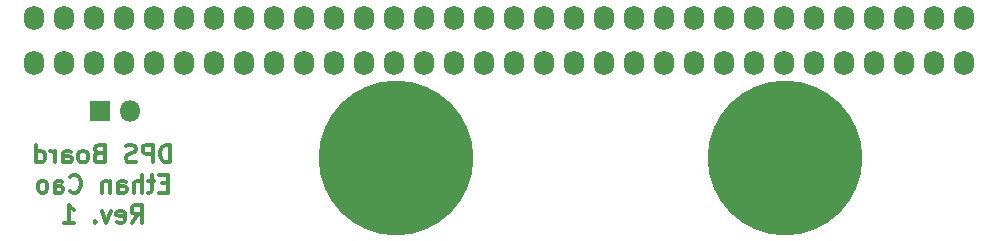
<source format=gbr>
%TF.GenerationSoftware,KiCad,Pcbnew,(5.1.6)-1*%
%TF.CreationDate,2021-12-11T15:19:36-08:00*%
%TF.ProjectId,PCB,5043422e-6b69-4636-9164-5f7063625858,rev?*%
%TF.SameCoordinates,Original*%
%TF.FileFunction,Soldermask,Bot*%
%TF.FilePolarity,Negative*%
%FSLAX46Y46*%
G04 Gerber Fmt 4.6, Leading zero omitted, Abs format (unit mm)*
G04 Created by KiCad (PCBNEW (5.1.6)-1) date 2021-12-11 15:19:36*
%MOMM*%
%LPD*%
G01*
G04 APERTURE LIST*
%ADD10C,0.300000*%
%ADD11C,13.100000*%
%ADD12O,1.800000X1.800000*%
%ADD13R,1.800000X1.800000*%
%ADD14O,1.700000X2.100000*%
G04 APERTURE END LIST*
D10*
X97428571Y-81388571D02*
X97428571Y-79888571D01*
X97071428Y-79888571D01*
X96857142Y-79960000D01*
X96714285Y-80102857D01*
X96642857Y-80245714D01*
X96571428Y-80531428D01*
X96571428Y-80745714D01*
X96642857Y-81031428D01*
X96714285Y-81174285D01*
X96857142Y-81317142D01*
X97071428Y-81388571D01*
X97428571Y-81388571D01*
X95928571Y-81388571D02*
X95928571Y-79888571D01*
X95357142Y-79888571D01*
X95214285Y-79960000D01*
X95142857Y-80031428D01*
X95071428Y-80174285D01*
X95071428Y-80388571D01*
X95142857Y-80531428D01*
X95214285Y-80602857D01*
X95357142Y-80674285D01*
X95928571Y-80674285D01*
X94500000Y-81317142D02*
X94285714Y-81388571D01*
X93928571Y-81388571D01*
X93785714Y-81317142D01*
X93714285Y-81245714D01*
X93642857Y-81102857D01*
X93642857Y-80960000D01*
X93714285Y-80817142D01*
X93785714Y-80745714D01*
X93928571Y-80674285D01*
X94214285Y-80602857D01*
X94357142Y-80531428D01*
X94428571Y-80460000D01*
X94500000Y-80317142D01*
X94500000Y-80174285D01*
X94428571Y-80031428D01*
X94357142Y-79960000D01*
X94214285Y-79888571D01*
X93857142Y-79888571D01*
X93642857Y-79960000D01*
X91357142Y-80602857D02*
X91142857Y-80674285D01*
X91071428Y-80745714D01*
X91000000Y-80888571D01*
X91000000Y-81102857D01*
X91071428Y-81245714D01*
X91142857Y-81317142D01*
X91285714Y-81388571D01*
X91857142Y-81388571D01*
X91857142Y-79888571D01*
X91357142Y-79888571D01*
X91214285Y-79960000D01*
X91142857Y-80031428D01*
X91071428Y-80174285D01*
X91071428Y-80317142D01*
X91142857Y-80460000D01*
X91214285Y-80531428D01*
X91357142Y-80602857D01*
X91857142Y-80602857D01*
X90142857Y-81388571D02*
X90285714Y-81317142D01*
X90357142Y-81245714D01*
X90428571Y-81102857D01*
X90428571Y-80674285D01*
X90357142Y-80531428D01*
X90285714Y-80460000D01*
X90142857Y-80388571D01*
X89928571Y-80388571D01*
X89785714Y-80460000D01*
X89714285Y-80531428D01*
X89642857Y-80674285D01*
X89642857Y-81102857D01*
X89714285Y-81245714D01*
X89785714Y-81317142D01*
X89928571Y-81388571D01*
X90142857Y-81388571D01*
X88357142Y-81388571D02*
X88357142Y-80602857D01*
X88428571Y-80460000D01*
X88571428Y-80388571D01*
X88857142Y-80388571D01*
X89000000Y-80460000D01*
X88357142Y-81317142D02*
X88500000Y-81388571D01*
X88857142Y-81388571D01*
X89000000Y-81317142D01*
X89071428Y-81174285D01*
X89071428Y-81031428D01*
X89000000Y-80888571D01*
X88857142Y-80817142D01*
X88500000Y-80817142D01*
X88357142Y-80745714D01*
X87642857Y-81388571D02*
X87642857Y-80388571D01*
X87642857Y-80674285D02*
X87571428Y-80531428D01*
X87500000Y-80460000D01*
X87357142Y-80388571D01*
X87214285Y-80388571D01*
X86071428Y-81388571D02*
X86071428Y-79888571D01*
X86071428Y-81317142D02*
X86214285Y-81388571D01*
X86500000Y-81388571D01*
X86642857Y-81317142D01*
X86714285Y-81245714D01*
X86785714Y-81102857D01*
X86785714Y-80674285D01*
X86714285Y-80531428D01*
X86642857Y-80460000D01*
X86500000Y-80388571D01*
X86214285Y-80388571D01*
X86071428Y-80460000D01*
X97214285Y-83152857D02*
X96714285Y-83152857D01*
X96500000Y-83938571D02*
X97214285Y-83938571D01*
X97214285Y-82438571D01*
X96500000Y-82438571D01*
X96071428Y-82938571D02*
X95500000Y-82938571D01*
X95857142Y-82438571D02*
X95857142Y-83724285D01*
X95785714Y-83867142D01*
X95642857Y-83938571D01*
X95500000Y-83938571D01*
X95000000Y-83938571D02*
X95000000Y-82438571D01*
X94357142Y-83938571D02*
X94357142Y-83152857D01*
X94428571Y-83010000D01*
X94571428Y-82938571D01*
X94785714Y-82938571D01*
X94928571Y-83010000D01*
X95000000Y-83081428D01*
X93000000Y-83938571D02*
X93000000Y-83152857D01*
X93071428Y-83010000D01*
X93214285Y-82938571D01*
X93500000Y-82938571D01*
X93642857Y-83010000D01*
X93000000Y-83867142D02*
X93142857Y-83938571D01*
X93500000Y-83938571D01*
X93642857Y-83867142D01*
X93714285Y-83724285D01*
X93714285Y-83581428D01*
X93642857Y-83438571D01*
X93500000Y-83367142D01*
X93142857Y-83367142D01*
X93000000Y-83295714D01*
X92285714Y-82938571D02*
X92285714Y-83938571D01*
X92285714Y-83081428D02*
X92214285Y-83010000D01*
X92071428Y-82938571D01*
X91857142Y-82938571D01*
X91714285Y-83010000D01*
X91642857Y-83152857D01*
X91642857Y-83938571D01*
X88928571Y-83795714D02*
X89000000Y-83867142D01*
X89214285Y-83938571D01*
X89357142Y-83938571D01*
X89571428Y-83867142D01*
X89714285Y-83724285D01*
X89785714Y-83581428D01*
X89857142Y-83295714D01*
X89857142Y-83081428D01*
X89785714Y-82795714D01*
X89714285Y-82652857D01*
X89571428Y-82510000D01*
X89357142Y-82438571D01*
X89214285Y-82438571D01*
X89000000Y-82510000D01*
X88928571Y-82581428D01*
X87642857Y-83938571D02*
X87642857Y-83152857D01*
X87714285Y-83010000D01*
X87857142Y-82938571D01*
X88142857Y-82938571D01*
X88285714Y-83010000D01*
X87642857Y-83867142D02*
X87785714Y-83938571D01*
X88142857Y-83938571D01*
X88285714Y-83867142D01*
X88357142Y-83724285D01*
X88357142Y-83581428D01*
X88285714Y-83438571D01*
X88142857Y-83367142D01*
X87785714Y-83367142D01*
X87642857Y-83295714D01*
X86714285Y-83938571D02*
X86857142Y-83867142D01*
X86928571Y-83795714D01*
X87000000Y-83652857D01*
X87000000Y-83224285D01*
X86928571Y-83081428D01*
X86857142Y-83010000D01*
X86714285Y-82938571D01*
X86500000Y-82938571D01*
X86357142Y-83010000D01*
X86285714Y-83081428D01*
X86214285Y-83224285D01*
X86214285Y-83652857D01*
X86285714Y-83795714D01*
X86357142Y-83867142D01*
X86500000Y-83938571D01*
X86714285Y-83938571D01*
X94142857Y-86488571D02*
X94642857Y-85774285D01*
X95000000Y-86488571D02*
X95000000Y-84988571D01*
X94428571Y-84988571D01*
X94285714Y-85060000D01*
X94214285Y-85131428D01*
X94142857Y-85274285D01*
X94142857Y-85488571D01*
X94214285Y-85631428D01*
X94285714Y-85702857D01*
X94428571Y-85774285D01*
X95000000Y-85774285D01*
X92928571Y-86417142D02*
X93071428Y-86488571D01*
X93357142Y-86488571D01*
X93500000Y-86417142D01*
X93571428Y-86274285D01*
X93571428Y-85702857D01*
X93500000Y-85560000D01*
X93357142Y-85488571D01*
X93071428Y-85488571D01*
X92928571Y-85560000D01*
X92857142Y-85702857D01*
X92857142Y-85845714D01*
X93571428Y-85988571D01*
X92357142Y-85488571D02*
X92000000Y-86488571D01*
X91642857Y-85488571D01*
X91071428Y-86345714D02*
X91000000Y-86417142D01*
X91071428Y-86488571D01*
X91142857Y-86417142D01*
X91071428Y-86345714D01*
X91071428Y-86488571D01*
X88428571Y-86488571D02*
X89285714Y-86488571D01*
X88857142Y-86488571D02*
X88857142Y-84988571D01*
X89000000Y-85202857D01*
X89142857Y-85345714D01*
X89285714Y-85417142D01*
D11*
%TO.C, *%
X116500000Y-81000000D03*
%TD*%
%TO.C, *%
X149500000Y-81000000D03*
%TD*%
D12*
%TO.C,JP1*%
X94040000Y-77000000D03*
D13*
X91500000Y-77000000D03*
%TD*%
D14*
%TO.C,J1*%
X164600000Y-69155000D03*
X164600000Y-72965000D03*
X162060000Y-69155000D03*
X162060000Y-72965000D03*
X159520000Y-69155000D03*
X159520000Y-72965000D03*
X156980000Y-69155000D03*
X156980000Y-72965000D03*
X154440000Y-69155000D03*
X154440000Y-72965000D03*
X151900000Y-69155000D03*
X151900000Y-72965000D03*
X149360000Y-69155000D03*
X149360000Y-72965000D03*
X146820000Y-69155000D03*
X146820000Y-72965000D03*
X144280000Y-69155000D03*
X144280000Y-72965000D03*
X141740000Y-69155000D03*
X141740000Y-72965000D03*
X139200000Y-69155000D03*
X139200000Y-72965000D03*
X136660000Y-69155000D03*
X136660000Y-72965000D03*
X134120000Y-69155000D03*
X134120000Y-72965000D03*
X131580000Y-69155000D03*
X131580000Y-72965000D03*
X129040000Y-69155000D03*
X129040000Y-72965000D03*
X126500000Y-69155000D03*
X126500000Y-72965000D03*
X123960000Y-69155000D03*
X123960000Y-72965000D03*
X121420000Y-69155000D03*
X121420000Y-72965000D03*
X118880000Y-69155000D03*
X118880000Y-72965000D03*
X116340000Y-69155000D03*
X116340000Y-72965000D03*
X113800000Y-69155000D03*
X113800000Y-72965000D03*
X111260000Y-69155000D03*
X111260000Y-72965000D03*
X108720000Y-69155000D03*
X108720000Y-72965000D03*
X106180000Y-69155000D03*
X106180000Y-72965000D03*
X103640000Y-69155000D03*
X103640000Y-72965000D03*
X101100000Y-69155000D03*
X101100000Y-72965000D03*
X98560000Y-69155000D03*
X98560000Y-72965000D03*
X96020000Y-69155000D03*
X96020000Y-72965000D03*
X93480000Y-69155000D03*
X93480000Y-72965000D03*
X90940000Y-69155000D03*
X90940000Y-72965000D03*
X88400000Y-69155000D03*
X88400000Y-72965000D03*
X85860000Y-69155000D03*
X85860000Y-72965000D03*
%TD*%
M02*

</source>
